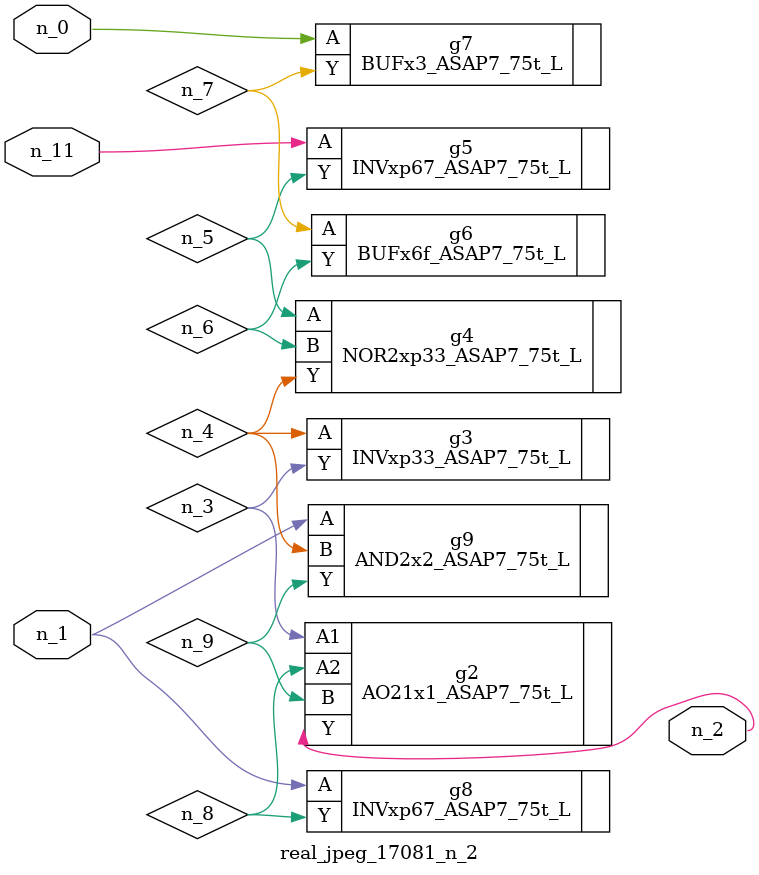
<source format=v>
module real_jpeg_17081_n_2 (n_1, n_11, n_0, n_2);

input n_1;
input n_11;
input n_0;

output n_2;

wire n_5;
wire n_8;
wire n_4;
wire n_6;
wire n_7;
wire n_3;
wire n_9;

BUFx3_ASAP7_75t_L g7 ( 
.A(n_0),
.Y(n_7)
);

INVxp67_ASAP7_75t_L g8 ( 
.A(n_1),
.Y(n_8)
);

AND2x2_ASAP7_75t_L g9 ( 
.A(n_1),
.B(n_4),
.Y(n_9)
);

AO21x1_ASAP7_75t_L g2 ( 
.A1(n_3),
.A2(n_8),
.B(n_9),
.Y(n_2)
);

INVxp33_ASAP7_75t_L g3 ( 
.A(n_4),
.Y(n_3)
);

NOR2xp33_ASAP7_75t_L g4 ( 
.A(n_5),
.B(n_6),
.Y(n_4)
);

BUFx6f_ASAP7_75t_L g6 ( 
.A(n_7),
.Y(n_6)
);

INVxp67_ASAP7_75t_L g5 ( 
.A(n_11),
.Y(n_5)
);


endmodule
</source>
